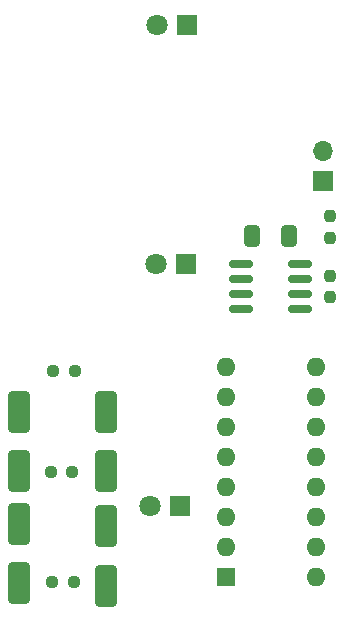
<source format=gbr>
%TF.GenerationSoftware,KiCad,Pcbnew,8.0.8*%
%TF.CreationDate,2025-03-24T19:05:05+08:00*%
%TF.ProjectId,trafficlight,74726166-6669-4636-9c69-6768742e6b69,rev?*%
%TF.SameCoordinates,Original*%
%TF.FileFunction,Soldermask,Bot*%
%TF.FilePolarity,Negative*%
%FSLAX46Y46*%
G04 Gerber Fmt 4.6, Leading zero omitted, Abs format (unit mm)*
G04 Created by KiCad (PCBNEW 8.0.8) date 2025-03-24 19:05:05*
%MOMM*%
%LPD*%
G01*
G04 APERTURE LIST*
G04 Aperture macros list*
%AMRoundRect*
0 Rectangle with rounded corners*
0 $1 Rounding radius*
0 $2 $3 $4 $5 $6 $7 $8 $9 X,Y pos of 4 corners*
0 Add a 4 corners polygon primitive as box body*
4,1,4,$2,$3,$4,$5,$6,$7,$8,$9,$2,$3,0*
0 Add four circle primitives for the rounded corners*
1,1,$1+$1,$2,$3*
1,1,$1+$1,$4,$5*
1,1,$1+$1,$6,$7*
1,1,$1+$1,$8,$9*
0 Add four rect primitives between the rounded corners*
20,1,$1+$1,$2,$3,$4,$5,0*
20,1,$1+$1,$4,$5,$6,$7,0*
20,1,$1+$1,$6,$7,$8,$9,0*
20,1,$1+$1,$8,$9,$2,$3,0*%
G04 Aperture macros list end*
%ADD10R,1.800000X1.800000*%
%ADD11C,1.800000*%
%ADD12R,1.700000X1.700000*%
%ADD13O,1.700000X1.700000*%
%ADD14R,1.600000X1.600000*%
%ADD15O,1.600000X1.600000*%
%ADD16RoundRect,0.237500X0.237500X-0.250000X0.237500X0.250000X-0.237500X0.250000X-0.237500X-0.250000X0*%
%ADD17RoundRect,0.250000X0.650000X-1.500000X0.650000X1.500000X-0.650000X1.500000X-0.650000X-1.500000X0*%
%ADD18RoundRect,0.237500X-0.250000X-0.237500X0.250000X-0.237500X0.250000X0.237500X-0.250000X0.237500X0*%
%ADD19RoundRect,0.250000X-0.650000X1.500000X-0.650000X-1.500000X0.650000X-1.500000X0.650000X1.500000X0*%
%ADD20RoundRect,0.150000X-0.825000X-0.150000X0.825000X-0.150000X0.825000X0.150000X-0.825000X0.150000X0*%
%ADD21RoundRect,0.250000X0.412500X0.650000X-0.412500X0.650000X-0.412500X-0.650000X0.412500X-0.650000X0*%
%ADD22RoundRect,0.237500X-0.237500X0.250000X-0.237500X-0.250000X0.237500X-0.250000X0.237500X0.250000X0*%
G04 APERTURE END LIST*
D10*
%TO.C,D2*%
X145395200Y-100411800D03*
D11*
X142855200Y-100411800D03*
%TD*%
D10*
%TO.C,D1*%
X145471400Y-80193400D03*
D11*
X142931400Y-80193400D03*
%TD*%
D10*
%TO.C,D3*%
X144861800Y-120858800D03*
D11*
X142321800Y-120858800D03*
%TD*%
D12*
%TO.C,J1*%
X156977600Y-93350600D03*
D13*
X156977600Y-90810600D03*
%TD*%
D14*
%TO.C,U2*%
X148808800Y-126914400D03*
D15*
X148808800Y-124374400D03*
X148808800Y-121834400D03*
X148808800Y-119294400D03*
X148808800Y-116754400D03*
X148808800Y-114214400D03*
X148808800Y-111674400D03*
X148808800Y-109134400D03*
X156428800Y-109134400D03*
X156428800Y-111674400D03*
X156428800Y-114214400D03*
X156428800Y-116754400D03*
X156428800Y-119294400D03*
X156428800Y-121834400D03*
X156428800Y-124374400D03*
X156428800Y-126914400D03*
%TD*%
D16*
%TO.C,R2*%
X157561800Y-103229300D03*
X157561800Y-101404300D03*
%TD*%
D17*
%TO.C,D7*%
X138582400Y-127620400D03*
X138582400Y-122620400D03*
%TD*%
D18*
%TO.C,R3*%
X134141200Y-109474000D03*
X135966200Y-109474000D03*
%TD*%
D19*
%TO.C,D5*%
X131241800Y-112943000D03*
X131241800Y-117943000D03*
%TD*%
D20*
%TO.C,U1*%
X150083000Y-104196400D03*
X150083000Y-102926400D03*
X150083000Y-101656400D03*
X150083000Y-100386400D03*
X155033000Y-100386400D03*
X155033000Y-101656400D03*
X155033000Y-102926400D03*
X155033000Y-104196400D03*
%TD*%
D18*
%TO.C,R4*%
X134063100Y-127361200D03*
X135888100Y-127361200D03*
%TD*%
D21*
%TO.C,C1*%
X154101800Y-97993200D03*
X150976800Y-97993200D03*
%TD*%
D22*
%TO.C,R1*%
X157561800Y-96351600D03*
X157561800Y-98176600D03*
%TD*%
D18*
%TO.C,R6*%
X133936100Y-118033800D03*
X135761100Y-118033800D03*
%TD*%
D19*
%TO.C,D4*%
X138633200Y-112943000D03*
X138633200Y-117943000D03*
%TD*%
D17*
%TO.C,D6*%
X131292600Y-127377200D03*
X131292600Y-122377200D03*
%TD*%
M02*

</source>
